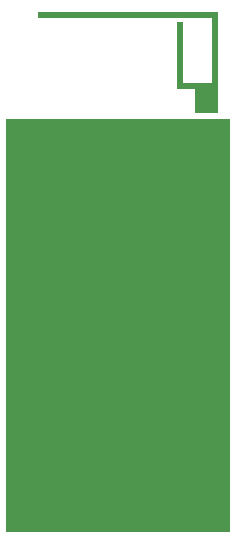
<source format=gbr>
*G04 Gerber written by EMPIRE*
G04 Layer: Copper*
%FSLAX34Y34*%
%MOMM*%
%ADD10C,0.00100*%
G54D10*
%INEMPIRE*%
%LPD*%
G36*
X0000Y-00000D02*
X190000Y-00000D01*
X190000Y-350000D01*
X0000Y-350000D01*
X0000Y-00000D01*
X190000Y-00000D01*
X0000Y-00000D01*
G37*
%LPD*%
G36*
X180000Y90000D02*
X180000Y5000D01*
X160000Y5000D01*
X160000Y25000D01*
X145000Y25000D01*
X145000Y82000D01*
X150000Y82000D01*
X150000Y30000D01*
X165000Y30000D01*
X175000Y30000D01*
X175000Y85000D01*
X27500Y85000D01*
X27500Y90000D01*
X180000Y90000D01*
X180000Y5000D01*
X180000Y90000D01*
G37*
M02*

</source>
